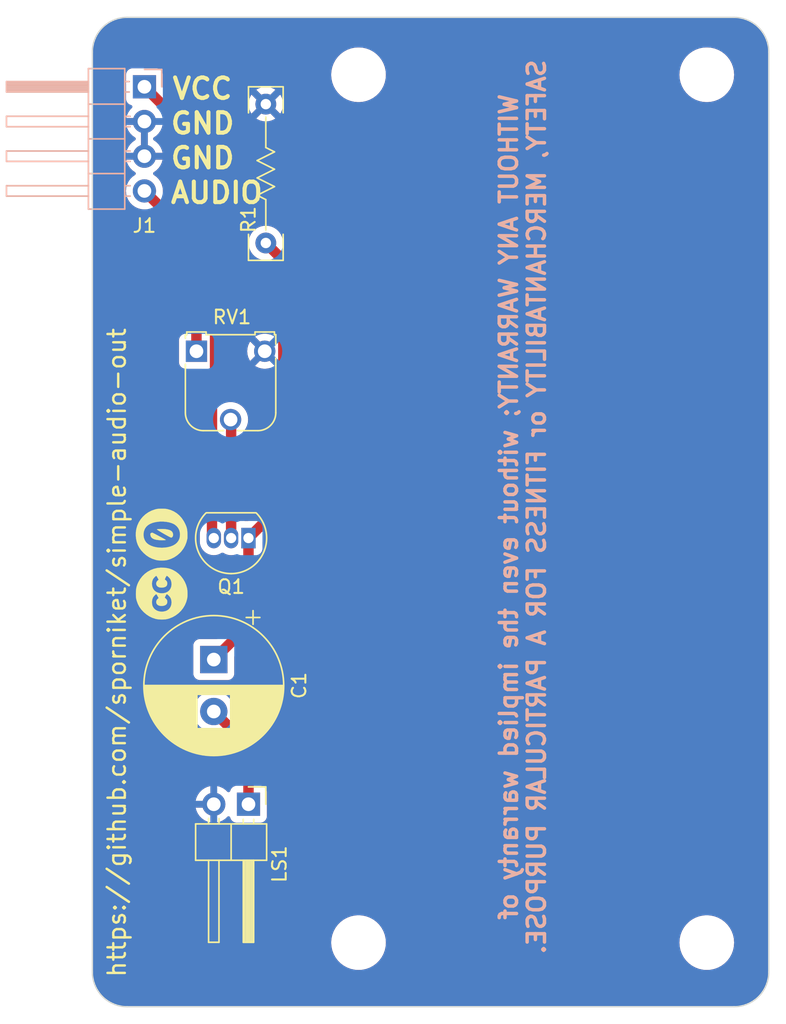
<source format=kicad_pcb>
(kicad_pcb (version 20221018) (generator pcbnew)
  (title_block (title "Simple audio out") (date "2024-01-21") (rev "1.0.0-DRAFT") (company "Sporniket") (comment 3 "https://github.com/sporniket/simple-audio-out") (comment 4 "Original repository"))
  (layers (0 "F.Cu" signal) (31 "B.Cu" signal) (34 "B.Paste" user) (35 "F.Paste" user) (36 "B.SilkS" user "B.Silkscreen") (37 "F.SilkS" user "F.Silkscreen") (38 "B.Mask" user) (39 "F.Mask" user) (44 "Edge.Cuts" user))
  (net 0 "")
  (net 1 "Net-(Q1-E)")
  (net 2 "Net-(C1-Pad2)")
  (net 3 "/VCC")
  (net 4 "/GND")
  (net 5 "/AUDIO_IN")
  (net 6 "Net-(Q1-B)")
  (footprint "Package_TO_SOT_THT:TO-92_Inline" (layer "F.Cu") (at 123.19 57.15 180)
    (fp_text reference "Q1" (at 1.27 -3.56) (layer "F.SilkS"))
    (fp_text value "2N3904")
    (fp_line (start -0.53 1.85) (end 3.07 1.85) (stroke (width 0.12)) (layer "F.SilkS"))
    (fp_arc (start -0.568478 1.838478) (mid -1.132087 -0.994977) (end 1.27 -2.6) (stroke (width 0.12)) (layer "F.SilkS"))
    (fp_arc (start 1.27 -2.6) (mid 3.672087 -0.994977) (end 3.108478 1.838478) (stroke (width 0.12)) (layer "F.SilkS"))
    (pad "1" thru_hole rect (at 0 0 180) (size 1.05 1.5) (drill 0.75) (layers "*.Cu" "*.Mask") (net 1 "Net-(Q1-E)"))
    (pad "2" thru_hole oval (at 1.27 0 180) (size 1.05 1.5) (drill 0.75) (layers "*.Cu" "*.Mask") (net 6 "Net-(Q1-B)"))
    (pad "3" thru_hole oval (at 2.54 0 180) (size 1.05 1.5) (drill 0.75) (layers "*.Cu" "*.Mask") (net 3 "/VCC"))
  )
  (footprint "Connector_PinHeader_2.54mm:PinHeader_1x02_P2.54mm_Horizontal" (layer "F.Cu") (at 123.19 76.625 -90)
    (fp_text reference "LS1" (at 4.385 -2.27 90) (layer "F.SilkS"))
    (fp_text value "4")
    (fp_line (start -1.27 -1.27) (end 0 -1.27) (stroke (width 0.12)) (layer "F.SilkS"))
    (fp_line (start -1.27 0) (end -1.27 -1.27) (stroke (width 0.12)) (layer "F.SilkS"))
    (fp_line (start 1.042929 2.16) (end 1.44 2.16) (stroke (width 0.12)) (layer "F.SilkS"))
    (fp_line (start 1.042929 2.92) (end 1.44 2.92) (stroke (width 0.12)) (layer "F.SilkS"))
    (fp_line (start 1.11 -0.38) (end 1.44 -0.38) (stroke (width 0.12)) (layer "F.SilkS"))
    (fp_line (start 1.11 0.38) (end 1.44 0.38) (stroke (width 0.12)) (layer "F.SilkS"))
    (fp_line (start 1.44 -1.33) (end 1.44 3.87) (stroke (width 0.12)) (layer "F.SilkS"))
    (fp_line (start 1.44 1.27) (end 4.1 1.27) (stroke (width 0.12)) (layer "F.SilkS"))
    (fp_line (start 1.44 3.87) (end 4.1 3.87) (stroke (width 0.12)) (layer "F.SilkS"))
    (fp_line (start 4.1 -1.33) (end 1.44 -1.33) (stroke (width 0.12)) (layer "F.SilkS"))
    (fp_line (start 4.1 -0.38) (end 10.1 -0.38) (stroke (width 0.12)) (layer "F.SilkS"))
    (fp_line (start 4.1 -0.32) (end 10.1 -0.32) (stroke (width 0.12)) (layer "F.SilkS"))
    (fp_line (start 4.1 -0.2) (end 10.1 -0.2) (stroke (width 0.12)) (layer "F.SilkS"))
    (fp_line (start 4.1 -0.08) (end 10.1 -0.08) (stroke (width 0.12)) (layer "F.SilkS"))
    (fp_line (start 4.1 0.04) (end 10.1 0.04) (stroke (width 0.12)) (layer "F.SilkS"))
    (fp_line (start 4.1 0.16) (end 10.1 0.16) (stroke (width 0.12)) (layer "F.SilkS"))
    (fp_line (start 4.1 0.28) (end 10.1 0.28) (stroke (width 0.12)) (layer "F.SilkS"))
    (fp_line (start 4.1 2.16) (end 10.1 2.16) (stroke (width 0.12)) (layer "F.SilkS"))
    (fp_line (start 4.1 3.87) (end 4.1 -1.33) (stroke (width 0.12)) (layer "F.SilkS"))
    (fp_line (start 10.1 -0.38) (end 10.1 0.38) (stroke (width 0.12)) (layer "F.SilkS"))
    (fp_line (start 10.1 0.38) (end 4.1 0.38) (stroke (width 0.12)) (layer "F.SilkS"))
    (fp_line (start 10.1 2.16) (end 10.1 2.92) (stroke (width 0.12)) (layer "F.SilkS"))
    (fp_line (start 10.1 2.92) (end 4.1 2.92) (stroke (width 0.12)) (layer "F.SilkS"))
    (pad "1" thru_hole rect (at 0 0 270) (size 1.7 1.7) (drill 1) (layers "*.Cu" "*.Mask") (net 2 "Net-(C1-Pad2)"))
    (pad "2" thru_hole oval (at 0 2.54 270) (size 1.7 1.7) (drill 1) (layers "*.Cu" "*.Mask") (net 4 "/GND"))
  )
  (footprint "cliparts:logo--cc--cc" (layer "F.Cu") (at 116.84 61.214 90)
    (fp_text reference "G***" hide)
    (fp_text value "LOGO" hide)
    (fp_poly (pts (xy 0.181573 -1.88911) (xy 0.356543 -1.871074) (xy 0.516513 -1.837606) (xy 0.67123 -1.78662) (xy 0.830442 -1.716032) (xy 0.843643 -1.709487) (xy 1.070063 -1.576968) (xy 1.272256 -1.418939) (xy 1.448851 -1.23807) (xy 1.59848 -1.037032) (xy 1.719773 -0.818495) (xy 1.81136 -0.585129) (xy 1.871872 -0.339604) (xy 1.899941 -0.084591) (xy 1.894196 0.177239) (xy 1.878437 0.308429) (xy 1.853943 0.448409) (xy 1.825086 0.566605) (xy 1.787398 0.677514) (xy 1.736411 0.795637) (xy 1.71349 0.843643) (xy 1.594377 1.04822) (xy 1.445139 1.238044) (xy 1.270073 1.409836) (xy 1.073479 1.560318) (xy 0.859654 1.686213) (xy 0.632895 1.784243) (xy 0.397503 1.85113) (xy 0.390465 1.852598) (xy 0.274583 1.870164) (xy 0.137355 1.881003) (xy -0.009239 1.885001) (xy -0.153222 1.882044) (xy -0.282615 1.872018) (xy -0.362857 1.859794) (xy -0.608774 1.792389) (xy -0.84152 1.692819) (xy -1.058442 1.563648) (xy -1.256888 1.407438) (xy -1.434207 1.226752) (xy -1.587745 1.024153) (xy -1.714851 0.802205) (xy -1.812872 0.563469) (xy -1.855612 0.417286) (xy -1.881501 0.273424) (xy -1.894726 0.10788) (xy -1.895294 -0.034735) (xy -1.3212 -0.034735) (xy -1.318302 0.081038) (xy -1.290796 0.243029) (xy -1.237057 0.381658) (xy -1.155967 0.499747) (xy -1.150236 0.506209) (xy -1.04068 0.601841) (xy -0.911682 0.669965) (xy -0.768744 0.709424) (xy -0.617371 0.719062) (xy -0.463063 0.697722) (xy -0.371906 0.669772) (xy -0.295824 0.634434) (xy -0.224288 0.584414) (xy -0.149678 0.515804) (xy -0.098676 0.46176) (xy -0.05957 0.414453) (xy -0.038389 0.381431) (xy -0.036285 0.373837) (xy -0.052325 0.350606) (xy -0.096884 0.318213) (xy -0.164235 0.280736) (xy -0.292185 0.216302) (xy -0.368342 0.299837) (xy -0.428999 0.357355) (xy -0.486889 0.390111) (xy -0.522838 0.400697) (xy -0.618426 0.407074) (xy -0.70938 0.386575) (xy -0.783917 0.342107) (xy -0.792298 0.334209) (xy -0.846678 0.256777) (xy -0.883244 0.157152) (xy -0.901671 0.044798) (xy -0.901658 -0.000564) (xy 0.021925 -0.000564) (xy 0.032819 0.147536) (xy 0.067865 0.289005) (xy 0.127017 0.417388) (xy 0.210228 0.526226) (xy 0.228506 0.543934) (xy 0.349757 0.631795) (xy 0.487782 0.69001) (xy 0.637194 0.717665) (xy 0.792606 0.713848) (xy 0.948631 0.677644) (xy 0.970666 0.669772) (xy 1.046747 0.634434) (xy 1.118283 0.584414) (xy 1.192893 0.515804) (xy 1.243904 0.46171) (xy 1.283013 0.414289) (xy 1.304188 0.381114) (xy 1.306286 0.37346) (xy 1.29179 0.351835) (xy 1.254093 0.323517) (xy 1.201883 0.292771) (xy 1.143849 0.263861) (xy 1.088679 0.241053) (xy 1.04506 0.22861) (xy 1.021681 0.230797) (xy 1.02029 0.23308) (xy 1.003623 0.261215) (xy 0.972063 0.302343) (xy 0.959106 0.317537) (xy 0.886365 0.374553) (xy 0.797859 0.403743) (xy 0.702027 0.404313) (xy 0.607307 0.375471) (xy 0.569508 0.354149) (xy 0.517338 0.300429) (xy 0.476897 0.220085) (xy 0.449855 0.121353) (xy 0.43788 0.012473) (xy 0.442643 -0.098318) (xy 0.460246 -0.18494) (xy 0.503984 -0.281315) (xy 0.567876 -0.351762) (xy 0.645923 -0.394996) (xy 0.732128 -0.409727) (xy 0.820491 -0.394669) (xy 0.905013 -0.348535) (xy 0.962346 -0.292681) (xy 1.016645 -0.226807) (xy 1.156522 -0.30268) (xy 1.219954 -0.338556) (xy 1.269762 -0.369494) (xy 1.298243 -0.390592) (xy 1.301968 -0.395261) (xy 1.293807 -0.420456) (xy 1.263689 -0.46093) (xy 1.218455 -0.509885) (xy 1.164944 -0.560519) (xy 1.109995 -0.606035) (xy 1.060447 -0.639631) (xy 1.0511 -0.644672) (xy 0.911788 -0.696839) (xy 0.763841 -0.719532) (xy 0.614253 -0.713716) (xy 0.470018 -0.680356) (xy 0.338131 -0.620416) (xy 0.225585 -0.534862) (xy 0.220802 -0.530141) (xy 0.134623 -0.420083) (xy 0.072781 -0.29083) (xy 0.035231 -0.148838) (xy 0.021925 -0.000564) (xy -0.901658 -0.000564) (xy -0.901636 -0.070823) (xy -0.882815 -0.180246) (xy -0.844886 -0.274009) (xy -0.814547 -0.31687) (xy -0.740947 -0.375776) (xy -0.655247 -0.404356) (xy -0.56465 -0.403011) (xy -0.476356 -0.372142) (xy -0.397567 -0.31215) (xy -0.380225 -0.292681) (xy -0.325926 -0.226807) (xy -0.186049 -0.30268) (xy -0.12248 -0.338813) (xy -0.072453 -0.370357) (xy -0.043729 -0.392287) (xy -0.039923 -0.397301) (xy -0.048117 -0.422599) (xy -0.078488 -0.462977) (xy -0.124195 -0.511726) (xy -0.178395 -0.562141) (xy -0.234249 -0.607514) (xy -0.284915 -0.641138) (xy -0.293064 -0.645479) (xy -0.421737 -0.692962) (xy -0.565556 -0.716327) (xy -0.713429 -0.715426) (xy -0.854269 -0.690113) (xy -0.950387 -0.654165) (xy -1.074292 -0.574791) (xy -1.175104 -0.469605) (xy -1.251046 -0.342163) (xy -1.300338 -0.196021) (xy -1.3212 -0.034735) (xy -1.895294 -0.034735) (xy -1.895423 -0.067078) (xy -1.88373 -0.239179) (xy -1.859785 -0.396155) (xy -1.845815 -0.455728) (xy -1.767541 -0.692448) (xy -1.662289 -0.910967) (xy -1.527044 -1.11655) (xy -1.358789 -1.31446) (xy -1.346304 -1.327531) (xy -1.160235 -1.500286) (xy -0.964759 -1.639929) (xy -0.75504 -1.749348) (xy -0.526241 -1.831427) (xy -0.480631 -1.844059) (xy -0.402317 -1.863556) (xy -0.332789 -1.877142) (xy -0.261944 -1.885903) (xy -0.17968 -1.890926) (xy -0.075895 -1.893297) (xy -0.018143 -1.893796) (xy 0.181573 -1.88911)) (stroke (width 0.01)) (fill solid) (layer "F.SilkS"))
  )
  (footprint "MountingHole:MountingHole_3.5mm" (layer "F.Cu") (at 131.25 23.25)
    (fp_text reference "H1")
    (fp_text value "3.5 mm")
    (pad "" np_thru_hole circle (at 0 0) (size 3.5 3.5) (drill 3.5) (layers "*.Cu" "*.Mask"))
  )
  (footprint "cliparts:logo--cc--zero" (layer "F.Cu") (at 116.84 56.896 90)
    (fp_text reference "G***" hide)
    (fp_text value "LOGO" hide)
    (fp_poly (pts (xy 0.057321 -0.830424) (xy 0.083463 -0.820686) (xy 0.117309 -0.780814) (xy 0.137478 -0.725549) (xy 0.137747 -0.680571) (xy 0.127503 -0.657424) (xy 0.102603 -0.607525) (xy 0.06567 -0.535781) (xy 0.019328 -0.447098) (xy -0.033802 -0.346382) (xy -0.091097 -0.238539) (xy -0.149934 -0.128475) (xy -0.20769 -0.021096) (xy -0.261742 0.07869) (xy -0.309468 0.165979) (xy -0.348245 0.235863) (xy -0.375451 0.283438) (xy -0.388462 0.303795) (xy -0.388486 0.30382) (xy -0.393459 0.290764) (xy -0.400181 0.249603) (xy -0.407406 0.188391) (xy -0.40931 0.169171) (xy -0.413139 0.092066) (xy -0.413075 -0.007241) (xy -0.409332 -0.114899) (xy -0.403675 -0.199571) (xy -0.382038 -0.376288) (xy -0.349163 -0.520517) (xy -0.304017 -0.634591) (xy -0.245569 -0.720841) (xy -0.172787 -0.781601) (xy -0.138177 -0.799862) (xy -0.070544 -0.82254) (xy -0.001027 -0.833136) (xy 0.057321 -0.830424)) (stroke (width 0.01)) (fill solid) (layer "F.SilkS"))
    (fp_poly (pts (xy 0.383764 -0.357274) (xy 0.393353 -0.321778) (xy 0.40108 -0.257806) (xy 0.406723 -0.173131) (xy 0.41006 -0.075525) (xy 0.410869 0.027239) (xy 0.408929 0.127388) (xy 0.404016 0.217149) (xy 0.401074 0.249312) (xy 0.3739 0.425253) (xy 0.333003 0.568124) (xy 0.278198 0.678521) (xy 0.261348 0.702372) (xy 0.190452 0.769059) (xy 0.101924 0.813267) (xy 0.00607 0.831874) (xy -0.086801 0.82176) (xy -0.108484 0.814324) (xy -0.177149 0.773742) (xy -0.212652 0.720491) (xy -0.217714 0.686685) (xy -0.209228 0.658752) (xy -0.185436 0.606283) (xy -0.14884 0.53362) (xy -0.101939 0.445101) (xy -0.047235 0.345066) (xy 0.012774 0.237856) (xy 0.075585 0.12781) (xy 0.138699 0.019269) (xy 0.199616 -0.083428) (xy 0.255834 -0.175941) (xy 0.304853 -0.253931) (xy 0.344174 -0.313056) (xy 0.371295 -0.348978) (xy 0.383716 -0.357356) (xy 0.383764 -0.357274)) (stroke (width 0.01)) (fill solid) (layer "F.SilkS"))
    (fp_poly (pts (xy 0.165523 -1.89717) (xy 0.419686 -1.859637) (xy 0.664181 -1.787833) (xy 0.896761 -1.682579) (xy 1.115182 -1.544698) (xy 1.304474 -1.38712) (xy 1.481837 -1.195152) (xy 1.631406 -0.981221) (xy 1.750897 -0.749165) (xy 1.838026 -0.502822) (xy 1.844128 -0.480359) (xy 1.863624 -0.401998) (xy 1.877214 -0.332288) (xy 1.885988 -0.26112) (xy 1.891036 -0.178383) (xy 1.893449 -0.073966) (xy 1.893958 -0.018143) (xy 1.893143 0.121119) (xy 1.888203 0.233522) (xy 1.878477 0.32833) (xy 1.8633 0.414805) (xy 1.862771 0.417286) (xy 1.792249 0.662677) (xy 1.689954 0.891356) (xy 1.557011 1.101922) (xy 1.394546 1.292972) (xy 1.203684 1.463102) (xy 0.985551 1.61091) (xy 0.843643 1.687511) (xy 0.704335 1.75318) (xy 0.582976 1.801925) (xy 0.469017 1.836271) (xy 0.351906 1.858744) (xy 0.221093 1.871867) (xy 0.066027 1.878168) (xy 0.045357 1.878584) (xy -0.057047 1.87988) (xy -0.149573 1.879943) (xy -0.22482 1.878851) (xy -0.275389 1.876683) (xy -0.290286 1.875007) (xy -0.554392 1.807678) (xy -0.795148 1.713832) (xy -1.015524 1.591928) (xy -1.218493 1.440426) (xy -1.333868 1.333968) (xy -1.511617 1.132692) (xy -1.657864 0.913606) (xy -1.77222 0.677378) (xy -1.84672 0.45378) (xy -1.865359 0.379667) (xy -1.878292 0.31352) (xy -1.886515 0.245572) (xy -1.891027 0.166054) (xy -1.892822 0.065197) (xy -1.892977 0.011949) (xy -0.962263 0.011949) (xy -0.952186 0.225626) (xy -0.922519 0.434426) (xy -0.872812 0.63303) (xy -0.802618 0.816122) (xy -0.796966 0.828134) (xy -0.702488 0.988993) (xy -0.587229 1.120459) (xy -0.45277 1.221717) (xy -0.300691 1.29195) (xy -0.132571 1.330343) (xy 0.050008 1.33608) (xy 0.163286 1.323908) (xy 0.326889 1.280535) (xy 0.476659 1.204962) (xy 0.609024 1.099792) (xy 0.720412 0.967631) (xy 0.774855 0.878033) (xy 0.844141 0.718825) (xy 0.897988 0.533618) (xy 0.935244 0.329766) (xy 0.954756 0.114625) (xy 0.955373 -0.104449) (xy 0.947333 -0.222973) (xy 0.912947 -0.464304) (xy 0.858093 -0.676541) (xy 0.782907 -0.859426) (xy 0.687524 -1.0127) (xy 0.57208 -1.136105) (xy 0.436711 -1.229384) (xy 0.411082 -1.242542) (xy 0.249752 -1.303406) (xy 0.082219 -1.333412) (xy -0.086049 -1.333434) (xy -0.249586 -1.304349) (xy -0.402924 -1.247033) (xy -0.540596 -1.16236) (xy -0.636437 -1.074798) (xy -0.734485 -0.943512) (xy -0.815634 -0.785201) (xy -0.879434 -0.605182) (xy -0.925439 -0.408773) (xy -0.953198 -0.20129) (xy -0.962263 0.011949) (xy -1.892977 0.011949) (xy -1.893012 0) (xy -1.892259 -0.115871) (xy -1.889329 -0.205279) (xy -1.883215 -0.278029) (xy -1.87291 -0.343923) (xy -1.857409 -0.412765) (xy -1.846226 -0.455728) (xy -1.765836 -0.697077) (xy -1.658279 -0.918824) (xy -1.520588 -1.126164) (xy -1.350311 -1.323756) (xy -1.159879 -1.500692) (xy -0.961487 -1.643312) (xy -0.751606 -1.753235) (xy -0.526709 -1.832081) (xy -0.283267 -1.88147) (xy -0.096062 -1.899611) (xy 0.165523 -1.89717)) (stroke (width 0.01)) (fill solid) (layer "F.SilkS"))
  )
  (footprint "commons-passives_THT:Passive_THT_resistor_W2.54mm_L10.16mm" (layer "F.Cu") (at 124.46 30.48 90)
    (fp_text reference "R1" (at -4.445 -1.27 90) (layer "F.SilkS") (effects (justify left)))
    (fp_text value "330")
    (fp_line (start -6.35 -1.27) (end -4.445 -1.27) (stroke (width 0.12)) (layer "F.SilkS"))
    (fp_line (start -6.35 1.27) (end -6.35 -1.27) (stroke (width 0.12)) (layer "F.SilkS"))
    (fp_line (start -4.445 1.27) (end -6.35 1.27) (stroke (width 0.12)) (layer "F.SilkS"))
    (fp_line (start -4.1275 0) (end -1.905 0) (stroke (width 0.12)) (layer "F.SilkS"))
    (fp_line (start -1.905 0) (end -1.5875 -0.635) (stroke (width 0.12)) (layer "F.SilkS"))
    (fp_line (start -1.5875 -0.635) (end -0.9525 0.635) (stroke (width 0.12)) (layer "F.SilkS"))
    (fp_line (start -0.9525 0.635) (end -0.3175 -0.635) (stroke (width 0.12)) (layer "F.SilkS"))
    (fp_line (start -0.3175 -0.635) (end 0.3175 0.635) (stroke (width 0.12)) (layer "F.SilkS"))
    (fp_line (start 0.3175 0.635) (end 0.9525 -0.635) (stroke (width 0.12)) (layer "F.SilkS"))
    (fp_line (start 0.9525 -0.635) (end 1.5875 0.635) (stroke (width 0.12)) (layer "F.SilkS"))
    (fp_line (start 1.5875 0.635) (end 1.905 0) (stroke (width 0.12)) (layer "F.SilkS"))
    (fp_line (start 1.905 0) (end 4.1275 0) (stroke (width 0.12)) (layer "F.SilkS"))
    (fp_line (start 4.445 -1.27) (end 6.35 -1.27) (stroke (width 0.12)) (layer "F.SilkS"))
    (fp_line (start 6.35 -1.27) (end 6.35 1.27) (stroke (width 0.12)) (layer "F.SilkS"))
    (fp_line (start 6.35 1.27) (end 4.445 1.27) (stroke (width 0.12)) (layer "F.SilkS"))
    (pad "1" thru_hole circle (at -5.08 0 90) (size 1.524 1.524) (drill 0.762) (layers "*.Cu" "*.Mask") (net 1 "Net-(Q1-E)"))
    (pad "2" thru_hole circle (at 5.08 0 90) (size 1.524 1.524) (drill 0.762) (layers "*.Cu" "*.Mask") (net 4 "/GND"))
  )
  (footprint "MountingHole:MountingHole_3.5mm" (layer "F.Cu") (at 156.75 86.75)
    (fp_text reference "H4")
    (fp_text value "3.5 mm")
    (pad "" np_thru_hole circle (at 0 0) (size 3.5 3.5) (drill 3.5) (layers "*.Cu" "*.Mask"))
  )
  (footprint "MountingHole:MountingHole_3.5mm" (layer "F.Cu") (at 156.75 23.25)
    (fp_text reference "H2")
    (fp_text value "3.5 mm")
    (pad "" np_thru_hole circle (at 0 0) (size 3.5 3.5) (drill 3.5) (layers "*.Cu" "*.Mask"))
  )
  (footprint "MountingHole:MountingHole_3.5mm" (layer "F.Cu") (at 131.25 86.75)
    (fp_text reference "H3")
    (fp_text value "3.5 mm")
    (pad "" np_thru_hole circle (at 0 0) (size 3.5 3.5) (drill 3.5) (layers "*.Cu" "*.Mask"))
  )
  (footprint "Potentiometer_THT:Potentiometer_Runtron_RM-065_Vertical" (layer "F.Cu") (at 119.38 43.48)
    (fp_text reference "RV1" (at 2.6 -2.5) (layer "F.SilkS"))
    (fp_text value "50K")
    (fp_line (start -0.81 -1.21) (end -0.81 -0.96) (stroke (width 0.12)) (layer "F.SilkS"))
    (fp_line (start -0.81 4.5) (end -0.81 0.96) (stroke (width 0.12)) (layer "F.SilkS"))
    (fp_line (start -0.71 -1.41) (end -0.71 -1.21) (stroke (width 0.12)) (layer "F.SilkS"))
    (fp_line (start -0.71 -1.41) (end 0.71 -1.41) (stroke (width 0.12)) (layer "F.SilkS"))
    (fp_line (start -0.71 -1.21) (end -0.81 -1.21) (stroke (width 0.12)) (layer "F.SilkS"))
    (fp_line (start 0.71 -1.21) (end 0.71 -1.41) (stroke (width 0.12)) (layer "F.SilkS"))
    (fp_line (start 0.71 -1.21) (end 4.29 -1.21) (stroke (width 0.12)) (layer "F.SilkS"))
    (fp_line (start 1.99 5.81) (end 0.5 5.81) (stroke (width 0.12)) (layer "F.SilkS"))
    (fp_line (start 4.29 -1.41) (end 5.71 -1.41) (stroke (width 0.12)) (layer "F.SilkS"))
    (fp_line (start 4.29 -1.21) (end 4.29 -1.41) (stroke (width 0.12)) (layer "F.SilkS"))
    (fp_line (start 4.5 5.81) (end 3.01 5.81) (stroke (width 0.12)) (layer "F.SilkS"))
    (fp_line (start 5.71 -1.41) (end 5.71 -1.21) (stroke (width 0.12)) (layer "F.SilkS"))
    (fp_line (start 5.71 -1.21) (end 5.81 -1.21) (stroke (width 0.12)) (layer "F.SilkS"))
    (fp_line (start 5.81 -1.21) (end 5.81 -0.52) (stroke (width 0.12)) (layer "F.SilkS"))
    (fp_line (start 5.81 0.52) (end 5.81 4.5) (stroke (width 0.12)) (layer "F.SilkS"))
    (fp_arc (start 0.5 5.81) (mid -0.42631 5.42631) (end -0.81 4.5) (stroke (width 0.12)) (layer "F.SilkS"))
    (fp_arc (start 5.81 4.5) (mid 5.42631 5.42631) (end 4.5 5.81) (stroke (width 0.12)) (layer "F.SilkS"))
    (pad "1" thru_hole rect (at 0 0) (size 1.56 1.56) (drill 1) (layers "*.Cu" "*.Mask") (net 5 "/AUDIO_IN"))
    (pad "2" thru_hole circle (at 2.5 5) (size 1.56 1.56) (drill 1) (layers "*.Cu" "*.Mask") (net 6 "Net-(Q1-B)"))
    (pad "3" thru_hole circle (at 5 0) (size 1.56 1.56) (drill 1) (layers "*.Cu" "*.Mask") (net 4 "/GND"))
  )
  (footprint "Capacitor_THT:CP_Radial_D10.0mm_P3.80mm" (layer "F.Cu") (at 120.65 66.04 -90)
    (fp_text reference "C1" (at 1.9 -6.25 90) (layer "F.SilkS"))
    (fp_text value "470uF")
    (fp_line (start -3.579646 -2.875) (end -2.579646 -2.875) (stroke (width 0.12)) (layer "F.SilkS"))
    (fp_line (start -3.079646 -3.375) (end -3.079646 -2.375) (stroke (width 0.12)) (layer "F.SilkS"))
    (fp_line (start 1.9 -5.08) (end 1.9 5.08) (stroke (width 0.12)) (layer "F.SilkS"))
    (fp_line (start 1.94 -5.08) (end 1.94 5.08) (stroke (width 0.12)) (layer "F.SilkS"))
    (fp_line (start 1.98 -5.08) (end 1.98 5.08) (stroke (width 0.12)) (layer "F.SilkS"))
    (fp_line (start 2.02 -5.079) (end 2.02 5.079) (stroke (width 0.12)) (layer "F.SilkS"))
    (fp_line (start 2.06 -5.078) (end 2.06 5.078) (stroke (width 0.12)) (layer "F.SilkS"))
    (fp_line (start 2.1 -5.077) (end 2.1 5.077) (stroke (width 0.12)) (layer "F.SilkS"))
    (fp_line (start 2.14 -5.075) (end 2.14 5.075) (stroke (width 0.12)) (layer "F.SilkS"))
    (fp_line (start 2.18 -5.073) (end 2.18 5.073) (stroke (width 0.12)) (layer "F.SilkS"))
    (fp_line (start 2.22 -5.07) (end 2.22 5.07) (stroke (width 0.12)) (layer "F.SilkS"))
    (fp_line (start 2.26 -5.068) (end 2.26 5.068) (stroke (width 0.12)) (layer "F.SilkS"))
    (fp_line (start 2.3 -5.065) (end 2.3 5.065) (stroke (width 0.12)) (layer "F.SilkS"))
    (fp_line (start 2.34 -5.062) (end 2.34 5.062) (stroke (width 0.12)) (layer "F.SilkS"))
    (fp_line (start 2.38 -5.058) (end 2.38 5.058) (stroke (width 0.12)) (layer "F.SilkS"))
    (fp_line (start 2.42 -5.054) (end 2.42 5.054) (stroke (width 0.12)) (layer "F.SilkS"))
    (fp_line (start 2.46 -5.05) (end 2.46 5.05) (stroke (width 0.12)) (layer "F.SilkS"))
    (fp_line (start 2.5 -5.045) (end 2.5 5.045) (stroke (width 0.12)) (layer "F.SilkS"))
    (fp_line (start 2.54 -5.04) (end 2.54 5.04) (stroke (width 0.12)) (layer "F.SilkS"))
    (fp_line (start 2.58 -5.035) (end 2.58 -1.241) (stroke (width 0.12)) (layer "F.SilkS"))
    (fp_line (start 2.58 1.241) (end 2.58 5.035) (stroke (width 0.12)) (layer "F.SilkS"))
    (fp_line (start 2.621 -5.03) (end 2.621 -1.241) (stroke (width 0.12)) (layer "F.SilkS"))
    (fp_line (start 2.621 1.241) (end 2.621 5.03) (stroke (width 0.12)) (layer "F.SilkS"))
    (fp_line (start 2.661 -5.024) (end 2.661 -1.241) (stroke (width 0.12)) (layer "F.SilkS"))
    (fp_line (start 2.661 1.241) (end 2.661 5.024) (stroke (width 0.12)) (layer "F.SilkS"))
    (fp_line (start 2.701 -5.018) (end 2.701 -1.241) (stroke (width 0.12)) (layer "F.SilkS"))
    (fp_line (start 2.701 1.241) (end 2.701 5.018) (stroke (width 0.12)) (layer "F.SilkS"))
    (fp_line (start 2.741 -5.011) (end 2.741 -1.241) (stroke (width 0.12)) (layer "F.SilkS"))
    (fp_line (start 2.741 1.241) (end 2.741 5.011) (stroke (width 0.12)) (layer "F.SilkS"))
    (fp_line (start 2.781 -5.004) (end 2.781 -1.241) (stroke (width 0.12)) (layer "F.SilkS"))
    (fp_line (start 2.781 1.241) (end 2.781 5.004) (stroke (width 0.12)) (layer "F.SilkS"))
    (fp_line (start 2.821 -4.997) (end 2.821 -1.241) (stroke (width 0.12)) (layer "F.SilkS"))
    (fp_line (start 2.821 1.241) (end 2.821 4.997) (stroke (width 0.12)) (layer "F.SilkS"))
    (fp_line (start 2.861 -4.99) (end 2.861 -1.241) (stroke (width 0.12)) (layer "F.SilkS"))
    (fp_line (start 2.861 1.241) (end 2.861 4.99) (stroke (width 0.12)) (layer "F.SilkS"))
    (fp_line (start 2.901 -4.982) (end 2.901 -1.241) (stroke (width 0.12)) (layer "F.SilkS"))
    (fp_line (start 2.901 1.241) (end 2.901 4.982) (stroke (width 0.12)) (layer "F.SilkS"))
    (fp_line (start 2.941 -4.974) (end 2.941 -1.241) (stroke (width 0.12)) (layer "F.SilkS"))
    (fp_line (start 2.941 1.241) (end 2.941 4.974) (stroke (width 0.12)) (layer "F.SilkS"))
    (fp_line (start 2.981 -4.965) (end 2.981 -1.241) (stroke (width 0.12)) (layer "F.SilkS"))
    (fp_line (start 2.981 1.241) (end 2.981 4.965) (stroke (width 0.12)) (layer "F.SilkS"))
    (fp_line (start 3.021 -4.956) (end 3.021 -1.241) (stroke (width 0.12)) (layer "F.SilkS"))
    (fp_line (start 3.021 1.241) (end 3.021 4.956) (stroke (width 0.12)) (layer "F.SilkS"))
    (fp_line (start 3.061 -4.947) (end 3.061 -1.241) (stroke (width 0.12)) (layer "F.SilkS"))
    (fp_line (start 3.061 1.241) (end 3.061 4.947) (stroke (width 0.12)) (layer "F.SilkS"))
    (fp_line (start 3.101 -4.938) (end 3.101 -1.241) (stroke (width 0.12)) (layer "F.SilkS"))
    (fp_line (start 3.101 1.241) (end 3.101 4.938) (stroke (width 0.12)) (layer "F.SilkS"))
    (fp_line (start 3.141 -4.928) (end 3.141 -1.241) (stroke (width 0.12)) (layer "F.SilkS"))
    (fp_line (start 3.141 1.241) (end 3.141 4.928) (stroke (width 0.12)) (layer "F.SilkS"))
    (fp_line (start 3.181 -4.918) (end 3.181 -1.241) (stroke (width 0.12)) (layer "F.SilkS"))
    (fp_line (start 3.181 1.241) (end 3.181 4.918) (stroke (width 0.12)) (layer "F.SilkS"))
    (fp_line (start 3.221 -4.907) (end 3.221 -1.241) (stroke (width 0.12)) (layer "F.SilkS"))
    (fp_line (start 3.221 1.241) (end 3.221 4.907) (stroke (width 0.12)) (layer "F.SilkS"))
    (fp_line (start 3.261 -4.897) (end 3.261 -1.241) (stroke (width 0.12)) (layer "F.SilkS"))
    (fp_line (start 3.261 1.241) (end 3.261 4.897) (stroke (width 0.12)) (layer "F.SilkS"))
    (fp_line (start 3.301 -4.885) (end 3.301 -1.241) (stroke (width 0.12)) (layer "F.SilkS"))
    (fp_line (start 3.301 1.241) (end 3.301 4.885) (stroke (width 0.12)) (layer "F.SilkS"))
    (fp_line (start 3.341 -4.874) (end 3.341 -1.241) (stroke (width 0.12)) (layer "F.SilkS"))
    (fp_line (start 3.341 1.241) (end 3.341 4.874) (stroke (width 0.12)) (layer "F.SilkS"))
    (fp_line (start 3.381 -4.862) (end 3.381 -1.241) (stroke (width 0.12)) (layer "F.SilkS"))
    (fp_line (start 3.381 1.241) (end 3.381 4.862) (stroke (width 0.12)) (layer "F.SilkS"))
    (fp_line (start 3.421 -4.85) (end 3.421 -1.241) (stroke (width 0.12)) (layer "F.SilkS"))
    (fp_line (start 3.421 1.241) (end 3.421 4.85) (stroke (width 0.12)) (layer "F.SilkS"))
    (fp_line (start 3.461 -4.837) (end 3.461 -1.241) (stroke (width 0.12)) (layer "F.SilkS"))
    (fp_line (start 3.461 1.241) (end 3.461 4.837) (stroke (width 0.12)) (layer "F.SilkS"))
    (fp_line (start 3.501 -4.824) (end 3.501 -1.241) (stroke (width 0.12)) (layer "F.SilkS"))
    (fp_line (start 3.501 1.241) (end 3.501 4.824) (stroke (width 0.12)) (layer "F.SilkS"))
    (fp_line (start 3.541 -4.811) (end 3.541 -1.241) (stroke (width 0.12)) (layer "F.SilkS"))
    (fp_line (start 3.541 1.241) (end 3.541 4.811) (stroke (width 0.12)) (layer "F.SilkS"))
    (fp_line (start 3.581 -4.797) (end 3.581 -1.241) (stroke (width 0.12)) (layer "F.SilkS"))
    (fp_line (start 3.581 1.241) (end 3.581 4.797) (stroke (width 0.12)) (layer "F.SilkS"))
    (fp_line (start 3.621 -4.783) (end 3.621 -1.241) (stroke (width 0.12)) (layer "F.SilkS"))
    (fp_line (start 3.621 1.241) (end 3.621 4.783) (stroke (width 0.12)) (layer "F.SilkS"))
    (fp_line (start 3.661 -4.768) (end 3.661 -1.241) (stroke (width 0.12)) (layer "F.SilkS"))
    (fp_line (start 3.661 1.241) (end 3.661 4.768) (stroke (width 0.12)) (layer "F.SilkS"))
    (fp_line (start 3.701 -4.754) (end 3.701 -1.241) (stroke (width 0.12)) (layer "F.SilkS"))
    (fp_line (start 3.701 1.241) (end 3.701 4.754) (stroke (width 0.12)) (layer "F.SilkS"))
    (fp_line (start 3.741 -4.738) (end 3.741 -1.241) (stroke (width 0.12)) (layer "F.SilkS"))
    (fp_line (start 3.741 1.241) (end 3.741 4.738) (stroke (width 0.12)) (layer "F.SilkS"))
    (fp_line (start 3.781 -4.723) (end 3.781 -1.241) (stroke (width 0.12)) (layer "F.SilkS"))
    (fp_line (start 3.781 1.241) (end 3.781 4.723) (stroke (width 0.12)) (layer "F.SilkS"))
    (fp_line (start 3.821 -4.707) (end 3.821 -1.241) (stroke (width 0.12)) (layer "F.SilkS"))
    (fp_line (start 3.821 1.241) (end 3.821 4.707) (stroke (width 0.12)) (layer "F.SilkS"))
    (fp_line (start 3.861 -4.69) (end 3.861 -1.241) (stroke (width 0.12)) (layer "F.SilkS"))
    (fp_line (start 3.861 1.241) (end 3.861 4.69) (stroke (width 0.12)) (layer "F.SilkS"))
    (fp_line (start 3.901 -4.674) (end 3.901 -1.241) (stroke (width 0.12)) (layer "F.SilkS"))
    (fp_line (start 3.901 1.241) (end 3.901 4.674) (stroke (width 0.12)) (layer "F.SilkS"))
    (fp_line (start 3.941 -4.657) (end 3.941 -1.241) (stroke (width 0.12)) (layer "F.SilkS"))
    (fp_line (start 3.941 1.241) (end 3.941 4.657) (stroke (width 0.12)) (layer "F.SilkS"))
    (fp_line (start 3.981 -4.639) (end 3.981 -1.241) (stroke (width 0.12)) (layer "F.SilkS"))
    (fp_line (start 3.981 1.241) (end 3.981 4.639) (stroke (width 0.12)) (layer "F.SilkS"))
    (fp_line (start 4.021 -4.621) (end 4.021 -1.241) (stroke (width 0.12)) (layer "F.SilkS"))
    (fp_line (start 4.021 1.241) (end 4.021 4.621) (stroke (width 0.12)) (layer "F.SilkS"))
    (fp_line (start 4.061 -4.603) (end 4.061 -1.241) (stroke (width 0.12)) (layer "F.SilkS"))
    (fp_line (start 4.061 1.241) (end 4.061 4.603) (stroke (width 0.12)) (layer "F.SilkS"))
    (fp_line (start 4.101 -4.584) (end 4.101 -1.241) (stroke (width 0.12)) (layer "F.SilkS"))
    (fp_line (start 4.101 1.241) (end 4.101 4.584) (stroke (width 0.12)) (layer "F.SilkS"))
    (fp_line (start 4.141 -4.564) (end 4.141 -1.241) (stroke (width 0.12)) (layer "F.SilkS"))
    (fp_line (start 4.141 1.241) (end 4.141 4.564) (stroke (width 0.12)) (layer "F.SilkS"))
    (fp_line (start 4.181 -4.545) (end 4.181 -1.241) (stroke (width 0.12)) (layer "F.SilkS"))
    (fp_line (start 4.181 1.241) (end 4.181 4.545) (stroke (width 0.12)) (layer "F.SilkS"))
    (fp_line (start 4.221 -4.525) (end 4.221 -1.241) (stroke (width 0.12)) (layer "F.SilkS"))
    (fp_line (start 4.221 1.241) (end 4.221 4.525) (stroke (width 0.12)) (layer "F.SilkS"))
    (fp_line (start 4.261 -4.504) (end 4.261 -1.241) (stroke (width 0.12)) (layer "F.SilkS"))
    (fp_line (start 4.261 1.241) (end 4.261 4.504) (stroke (width 0.12)) (layer "F.SilkS"))
    (fp_line (start 4.301 -4.483) (end 4.301 -1.241) (stroke (width 0.12)) (layer "F.SilkS"))
    (fp_line (start 4.301 1.241) (end 4.301 4.483) (stroke (width 0.12)) (layer "F.SilkS"))
    (fp_line (start 4.341 -4.462) (end 4.341 -1.241) (stroke (width 0.12)) (layer "F.SilkS"))
    (fp_line (start 4.341 1.241) (end 4.341 4.462) (stroke (width 0.12)) (layer "F.SilkS"))
    (fp_line (start 4.381 -4.44) (end 4.381 -1.241) (stroke (width 0.12)) (layer "F.SilkS"))
    (fp_line (start 4.381 1.241) (end 4.381 4.44) (stroke (width 0.12)) (layer "F.SilkS"))
    (fp_line (start 4.421 -4.417) (end 4.421 -1.241) (stroke (width 0.12)) (layer "F.SilkS"))
    (fp_line (start 4.421 1.241) (end 4.421 4.417) (stroke (width 0.12)) (layer "F.SilkS"))
    (fp_line (start 4.461 -4.395) (end 4.461 -1.241) (stroke (width 0.12)) (layer "F.SilkS"))
    (fp_line (start 4.461 1.241) (end 4.461 4.395) (stroke (width 0.12)) (layer "F.SilkS"))
    (fp_line (start 4.501 -4.371) (end 4.501 -1.241) (stroke (width 0.12)) (layer "F.SilkS"))
    (fp_line (start 4.501 1.241) (end 4.501 4.371) (stroke (width 0.12)) (layer "F.SilkS"))
    (fp_line (start 4.541 -4.347) (end 4.541 -1.241) (stroke (width 0.12)) (layer "F.SilkS"))
    (fp_line (start 4.541 1.241) (end 4.541 4.347) (stroke (width 0.12)) (layer "F.SilkS"))
    (fp_line (start 4.581 -4.323) (end 4.581 -1.241) (stroke (width 0.12)) (layer "F.SilkS"))
    (fp_line (start 4.581 1.241) (end 4.581 4.323) (stroke (width 0.12)) (layer "F.SilkS"))
    (fp_line (start 4.621 -4.298) (end 4.621 -1.241) (stroke (width 0.12)) (layer "F.SilkS"))
    (fp_line (start 4.621 1.241) (end 4.621 4.298) (stroke (width 0.12)) (layer "F.SilkS"))
    (fp_line (start 4.661 -4.273) (end 4.661 -1.241) (stroke (width 0.12)) (layer "F.SilkS"))
    (fp_line (start 4.661 1.241) (end 4.661 4.273) (stroke (width 0.12)) (layer "F.SilkS"))
    (fp_line (start 4.701 -4.247) (end 4.701 -1.241) (stroke (width 0.12)) (layer "F.SilkS"))
    (fp_line (start 4.701 1.241) (end 4.701 4.247) (stroke (width 0.12)) (layer "F.SilkS"))
    (fp_line (start 4.741 -4.221) (end 4.741 -1.241) (stroke (width 0.12)) (layer "F.SilkS"))
    (fp_line (start 4.741 1.241) (end 4.741 4.221) (stroke (width 0.12)) (layer "F.SilkS"))
    (fp_line (start 4.781 -4.194) (end 4.781 -1.241) (stroke (width 0.12)) (layer "F.SilkS"))
    (fp_line (start 4.781 1.241) (end 4.781 4.194) (stroke (width 0.12)) (layer "F.SilkS"))
    (fp_line (start 4.821 -4.166) (end 4.821 -1.241) (stroke (width 0.12)) (layer "F.SilkS"))
    (fp_line (start 4.821 1.241) (end 4.821 4.166) (stroke (width 0.12)) (layer "F.SilkS"))
    (fp_line (start 4.861 -4.138) (end 4.861 -1.241) (stroke (width 0.12)) (layer "F.SilkS"))
    (fp_line (start 4.861 1.241) (end 4.861 4.138) (stroke (width 0.12)) (layer "F.SilkS"))
    (fp_line (start 4.901 -4.11) (end 4.901 -1.241) (stroke (width 0.12)) (layer "F.SilkS"))
    (fp_line (start 4.901 1.241) (end 4.901 4.11) (stroke (width 0.12)) (layer "F.SilkS"))
    (fp_line (start 4.941 -4.08) (end 4.941 -1.241) (stroke (width 0.12)) (layer "F.SilkS"))
    (fp_line (start 4.941 1.241) (end 4.941 4.08) (stroke (width 0.12)) (layer "F.SilkS"))
    (fp_line (start 4.981 -4.05) (end 4.981 -1.241) (stroke (width 0.12)) (layer "F.SilkS"))
    (fp_line (start 4.981 1.241) (end 4.981 4.05) (stroke (width 0.12)) (layer "F.SilkS"))
    (fp_line (start 5.021 -4.02) (end 5.021 -1.241) (stroke (width 0.12)) (layer "F.SilkS"))
    (fp_line (start 5.021 1.241) (end 5.021 4.02) (stroke (width 0.12)) (layer "F.SilkS"))
    (fp_line (start 5.061 -3.989) (end 5.061 3.989) (stroke (width 0.12)) (layer "F.SilkS"))
    (fp_line (start 5.101 -3.957) (end 5.101 3.957) (stroke (width 0.12)) (layer "F.SilkS"))
    (fp_line (start 5.141 -3.925) (end 5.141 3.925) (stroke (width 0.12)) (layer "F.SilkS"))
    (fp_line (start 5.181 -3.892) (end 5.181 3.892) (stroke (width 0.12)) (layer "F.SilkS"))
    (fp_line (start 5.221 -3.858) (end 5.221 3.858) (stroke (width 0.12)) (layer "F.SilkS"))
    (fp_line (start 5.261 -3.824) (end 5.261 3.824) (stroke (width 0.12)) (layer "F.SilkS"))
    (fp_line (start 5.301 -3.789) (end 5.301 3.789) (stroke (width 0.12)) (layer "F.SilkS"))
    (fp_line (start 5.341 -3.753) (end 5.341 3.753) (stroke (width 0.12)) (layer "F.SilkS"))
    (fp_line (start 5.381 -3.716) (end 5.381 3.716) (stroke (width 0.12)) (layer "F.SilkS"))
    (fp_line (start 5.421 -3.679) (end 5.421 3.679) (stroke (width 0.12)) (layer "F.SilkS"))
    (fp_line (start 5.461 -3.64) (end 5.461 3.64) (stroke (width 0.12)) (layer "F.SilkS"))
    (fp_line (start 5.501 -3.601) (end 5.501 3.601) (stroke (width 0.12)) (layer "F.SilkS"))
    (fp_line (start 5.541 -3.561) (end 5.541 3.561) (stroke (width 0.12)) (layer "F.SilkS"))
    (fp_line (start 5.581 -3.52) (end 5.581 3.52) (stroke (width 0.12)) (layer "F.SilkS"))
    (fp_line (start 5.621 -3.478) (end 5.621 3.478) (stroke (width 0.12)) (layer "F.SilkS"))
    (fp_line (start 5.661 -3.436) (end 5.661 3.436) (stroke (width 0.12)) (layer "F.SilkS"))
    (fp_line (start 5.701 -3.392) (end 5.701 3.392) (stroke (width 0.12)) (layer "F.SilkS"))
    (fp_line (start 5.741 -3.347) (end 5.741 3.347) (stroke (width 0.12)) (layer "F.SilkS"))
    (fp_line (start 5.781 -3.301) (end 5.781 3.301) (stroke (width 0.12)) (layer "F.SilkS"))
    (fp_line (start 5.821 -3.254) (end 5.821 3.254) (stroke (width 0.12)) (layer "F.SilkS"))
    (fp_line (start 5.861 -3.206) (end 5.861 3.206) (stroke (width 0.12)) (layer "F.SilkS"))
    (fp_line (start 5.901 -3.156) (end 5.901 3.156) (stroke (width 0.12)) (layer "F.SilkS"))
    (fp_line (start 5.941 -3.106) (end 5.941 3.106) (stroke (width 0.12)) (layer "F.SilkS"))
    (fp_line (start 5.981 -3.054) (end 5.981 3.054) (stroke (width 0.12)) (layer "F.SilkS"))
    (fp_line (start 6.021 -3) (end 6.021 3) (stroke (width 0.12)) (layer "F.SilkS"))
    (fp_line (start 6.061 -2.945) (end 6.061 2.945) (stroke (width 0.12)) (layer "F.SilkS"))
    (fp_line (start 6.101 -2.889) (end 6.101 2.889) (stroke (width 0.12)) (layer "F.SilkS"))
    (fp_line (start 6.141 -2.83) (end 6.141 2.83) (stroke (width 0.12)) (layer "F.SilkS"))
    (fp_line (start 6.181 -2.77) (end 6.181 2.77) (stroke (width 0.12)) (layer "F.SilkS"))
    (fp_line (start 6.221 -2.709) (end 6.221 2.709) (stroke (width 0.12)) (layer "F.SilkS"))
    (fp_line (start 6.261 -2.645) (end 6.261 2.645) (stroke (width 0.12)) (layer "F.SilkS"))
    (fp_line (start 6.301 -2.579) (end 6.301 2.579) (stroke (width 0.12)) (layer "F.SilkS"))
    (fp_line (start 6.341 -2.51) (end 6.341 2.51) (stroke (width 0.12)) (layer "F.SilkS"))
    (fp_line (start 6.381 -2.439) (end 6.381 2.439) (stroke (width 0.12)) (layer "F.SilkS"))
    (fp_line (start 6.421 -2.365) (end 6.421 2.365) (stroke (width 0.12)) (layer "F.SilkS"))
    (fp_line (start 6.461 -2.289) (end 6.461 2.289) (stroke (width 0.12)) (layer "F.SilkS"))
    (fp_line (start 6.501 -2.209) (end 6.501 2.209) (stroke (width 0.12)) (layer "F.SilkS"))
    (fp_line (start 6.541 -2.125) (end 6.541 2.125) (stroke (width 0.12)) (layer "F.SilkS"))
    (fp_line (start 6.581 -2.037) (end 6.581 2.037) (stroke (width 0.12)) (layer "F.SilkS"))
    (fp_line (start 6.621 -1.944) (end 6.621 1.944) (stroke (width 0.12)) (layer "F.SilkS"))
    (fp_line (start 6.661 -1.846) (end 6.661 1.846) (stroke (width 0.12)) (layer "F.SilkS"))
    (fp_line (start 6.701 -1.742) (end 6.701 1.742) (stroke (width 0.12)) (layer "F.SilkS"))
    (fp_line (start 6.741 -1.63) (end 6.741 1.63) (stroke (width 0.12)) (layer "F.SilkS"))
    (fp_line (start 6.781 -1.51) (end 6.781 1.51) (stroke (width 0.12)) (layer "F.SilkS"))
    (fp_line (start 6.821 -1.378) (end 6.821 1.378) (stroke (width 0.12)) (layer "F.SilkS"))
    (fp_line (start 6.861 -1.23) (end 6.861 1.23) (stroke (width 0.12)) (layer "F.SilkS"))
    (fp_line (start 6.901 -1.062) (end 6.901 1.062) (stroke (width 0.12)) (layer "F.SilkS"))
    (fp_line (start 6.941 -0.862) (end 6.941 0.862) (stroke (width 0.12)) (layer "F.SilkS"))
    (fp_line (start 6.981 -0.599) (end 6.981 0.599) (stroke (width 0.12)) (layer "F.SilkS"))
    (fp_circle (center 1.9 0) (end 7.02 0) (stroke (width 0.12)) (fill none) (layer "F.SilkS"))
    (pad "1" thru_hole rect (at 0 0 270) (size 2 2) (drill 1) (layers "*.Cu" "*.Mask") (net 1 "Net-(Q1-E)"))
    (pad "2" thru_hole circle (at 3.8 0 270) (size 2 2) (drill 1) (layers "*.Cu" "*.Mask") (net 2 "Net-(C1-Pad2)"))
  )
  (footprint "Connector_PinHeader_2.54mm:PinHeader_1x04_P2.54mm_Horizontal" (layer "B.Cu") (at 115.57 24.13 180)
    (fp_text reference "J1" (at 0 -10.16) (layer "F.SilkS"))
    (fp_text value "Conn_01x04")
    (fp_line (start -1.27 0) (end -1.27 1.27) (stroke (width 0.12)) (layer "B.SilkS"))
    (fp_line (start -1.27 1.27) (end 0 1.27) (stroke (width 0.12)) (layer "B.SilkS"))
    (fp_line (start 1.042929 -8) (end 1.44 -8) (stroke (width 0.12)) (layer "B.SilkS"))
    (fp_line (start 1.042929 -7.24) (end 1.44 -7.24) (stroke (width 0.12)) (layer "B.SilkS"))
    (fp_line (start 1.042929 -5.46) (end 1.44 -5.46) (stroke (width 0.12)) (layer "B.SilkS"))
    (fp_line (start 1.042929 -4.7) (end 1.44 -4.7) (stroke (width 0.12)) (layer "B.SilkS"))
    (fp_line (start 1.042929 -2.92) (end 1.44 -2.92) (stroke (width 0.12)) (layer "B.SilkS"))
    (fp_line (start 1.042929 -2.16) (end 1.44 -2.16) (stroke (width 0.12)) (layer "B.SilkS"))
    (fp_line (start 1.11 -0.38) (end 1.44 -0.38) (stroke (width 0.12)) (layer "B.SilkS"))
    (fp_line (start 1.11 0.38) (end 1.44 0.38) (stroke (width 0.12)) (layer "B.SilkS"))
    (fp_line (start 1.44 -8.95) (end 4.1 -8.95) (stroke (width 0.12)) (layer "B.SilkS"))
    (fp_line (start 1.44 -6.35) (end 4.1 -6.35) (stroke (width 0.12)) (layer "B.SilkS"))
    (fp_line (start 1.44 -3.81) (end 4.1 -3.81) (stroke (width 0.12)) (layer "B.SilkS"))
    (fp_line (start 1.44 -1.27) (end 4.1 -1.27) (stroke (width 0.12)) (layer "B.SilkS"))
    (fp_line (start 1.44 1.33) (end 1.44 -8.95) (stroke (width 0.12)) (layer "B.SilkS"))
    (fp_line (start 4.1 -8.95) (end 4.1 1.33) (stroke (width 0.12)) (layer "B.SilkS"))
    (fp_line (start 4.1 -7.24) (end 10.1 -7.24) (stroke (width 0.12)) (layer "B.SilkS"))
    (fp_line (start 4.1 -4.7) (end 10.1 -4.7) (stroke (width 0.12)) (layer "B.SilkS"))
    (fp_line (start 4.1 -2.16) (end 10.1 -2.16) (stroke (width 0.12)) (layer "B.SilkS"))
    (fp_line (start 4.1 -0.28) (end 10.1 -0.28) (stroke (width 0.12)) (layer "B.SilkS"))
    (fp_line (start 4.1 -0.16) (end 10.1 -0.16) (stroke (width 0.12)) (layer "B.SilkS"))
    (fp_line (start 4.1 -0.04) (end 10.1 -0.04) (stroke (width 0.12)) (layer "B.SilkS"))
    (fp_line (start 4.1 0.08) (end 10.1 0.08) (stroke (width 0.12)) (layer "B.SilkS"))
    (fp_line (start 4.1 0.2) (end 10.1 0.2) (stroke (width 0.12)) (layer "B.SilkS"))
    (fp_line (start 4.1 0.32) (end 10.1 0.32) (stroke (width 0.12)) (layer "B.SilkS"))
    (fp_line (start 4.1 0.38) (end 10.1 0.38) (stroke (width 0.12)) (layer "B.SilkS"))
    (fp_line (start 4.1 1.33) (end 1.44 1.33) (stroke (width 0.12)) (layer "B.SilkS"))
    (fp_line (start 10.1 -8) (end 4.1 -8) (stroke (width 0.12)) (layer "B.SilkS"))
    (fp_line (start 10.1 -7.24) (end 10.1 -8) (stroke (width 0.12)) (layer "B.SilkS"))
    (fp_line (start 10.1 -5.46) (end 4.1 -5.46) (stroke (width 0.12)) (layer "B.SilkS"))
    (fp_line (start 10.1 -4.7) (end 10.1 -5.46) (stroke (width 0.12)) (layer "B.SilkS"))
    (fp_line (start 10.1 -2.92) (end 4.1 -2.92) (stroke (width 0.12)) (layer "B.SilkS"))
    (fp_line (start 10.1 -2.16) (end 10.1 -2.92) (stroke (width 0.12)) (layer "B.SilkS"))
    (fp_line (start 10.1 -0.38) (end 4.1 -0.38) (stroke (width 0.12)) (layer "B.SilkS"))
    (fp_line (start 10.1 0.38) (end 10.1 -0.38) (stroke (width 0.12)) (layer "B.SilkS"))
    (pad "1" thru_hole rect (at 0 0 180) (size 1.7 1.7) (drill 1) (layers "*.Cu" "*.Mask") (net 3 "/VCC"))
    (pad "2" thru_hole oval (at 0 -2.54 180) (size 1.7 1.7) (drill 1) (layers "*.Cu" "*.Mask") (net 4 "/GND"))
    (pad "3" thru_hole oval (at 0 -5.08 180) (size 1.7 1.7) (drill 1) (layers "*.Cu" "*.Mask") (net 4 "/GND"))
    (pad "4" thru_hole oval (at 0 -7.62 180) (size 1.7 1.7) (drill 1) (layers "*.Cu" "*.Mask") (net 5 "/AUDIO_IN"))
  )
  (gr_line (start 161.29 21.59) (end 161.29 88.9) (stroke (width 0.1)) (layer "Edge.Cuts"))
  (gr_arc (start 114.3 91.44) (mid 112.503949 90.696051) (end 111.76 88.9) (stroke (width 0.1)) (layer "Edge.Cuts"))
  (gr_arc (start 161.29 88.9) (mid 160.546051 90.696051) (end 158.75 91.44) (stroke (width 0.1)) (layer "Edge.Cuts"))
  (gr_arc (start 111.76 21.59) (mid 112.503949 19.793949) (end 114.3 19.05) (stroke (width 0.1)) (layer "Edge.Cuts"))
  (gr_arc (start 158.75 19.05) (mid 160.546051 19.793949) (end 161.29 21.59) (stroke (width 0.1)) (layer "Edge.Cuts"))
  (gr_line (start 111.76 21.59) (end 111.76 88.9) (stroke (width 0.1)) (layer "Edge.Cuts"))
  (gr_line (start 114.3 19.05) (end 158.75 19.05) (stroke (width 0.1)) (layer "Edge.Cuts"))
  (gr_line (start 114.3 91.44) (end 158.75 91.44) (stroke (width 0.1)) (layer "Edge.Cuts"))
  (gr_text "WITHOUT ANY WARRANTY; without even the implied warranty of\nSAFETY, MERCHANTABILITY or FITNESS FOR A PARTICULAR PURPOSE." (at 145.034 54.864 90) (layer "B.SilkS") (effects (font (size 1.27 1.27) (thickness 0.254) bold) (justify bottom mirror)))
  (gr_text "https://github.com/sporniket/simple-audio-out" (at 114.3 65.532 90) (layer "F.SilkS") (effects (font (size 1.27 1.27) (thickness 0.1778)) (justify bottom)))
  (gr_text "GND" (at 117.348 30.226) (layer "F.SilkS") (effects (font (size 1.5 1.5) (thickness 0.3) bold) (justify left bottom)))
  (gr_text "AUDIO" (at 117.348 32.766) (layer "F.SilkS") (effects (font (size 1.5 1.5) (thickness 0.3) bold) (justify left bottom)))
  (gr_text "GND" (at 117.348 27.686) (layer "F.SilkS") (effects (font (size 1.5 1.5) (thickness 0.3) bold) (justify left bottom)))
  (gr_text "VCC" (at 117.475 25.146) (layer "F.SilkS") (effects (font (size 1.5 1.5) (thickness 0.3) bold) (justify left bottom)))
  (segment (start 125.741 36.841) (end 125.741 54.599) (width 0.762) (layer "F.Cu") (net 1))
  (segment (start 125.741 54.599) (end 123.19 57.15) (width 0.762) (layer "F.Cu") (net 1))
  (segment (start 124.46 35.56) (end 125.741 36.841) (width 0.762) (layer "F.Cu") (net 1))
  (segment (start 123.19 57.15) (end 123.19 63.5) (width 0.762) (layer "F.Cu") (net 1))
  (segment (start 123.19 63.5) (end 120.65 66.04) (width 0.762) (layer "F.Cu") (net 1))
  (segment (start 123.19 72.38) (end 120.65 69.84) (width 0.762) (layer "F.Cu") (net 2))
  (segment (start 123.19 76.625) (end 123.19 72.38) (width 0.762) (layer "F.Cu") (net 2))
  (segment (start 120.741 45.629) (end 120.741 29.301) (width 0.762) (layer "F.Cu") (net 3))
  (segment (start 120.519 57.019) (end 120.519 45.851) (width 0.762) (layer "F.Cu") (net 3))
  (segment (start 120.741 29.301) (end 115.57 24.13) (width 0.762) (layer "F.Cu") (net 3))
  (segment (start 120.65 57.15) (end 120.519 57.019) (width 0.762) (layer "F.Cu") (net 3))
  (segment (start 120.519 45.851) (end 120.741 45.629) (width 0.762) (layer "F.Cu") (net 3))
  (segment (start 119.38 35.56) (end 115.57 31.75) (width 0.762) (layer "F.Cu") (net 5))
  (segment (start 119.38 43.48) (end 119.38 35.56) (width 0.762) (layer "F.Cu") (net 5))
  (segment (start 121.92 48.52) (end 121.88 48.48) (width 0.762) (layer "F.Cu") (net 6))
  (segment (start 121.92 57.15) (end 121.92 48.52) (width 0.762) (layer "F.Cu") (net 6))
  (zone (net 4) (net_name "/GND") (layers "F&B.Cu") (connect_pads (clearance 0.5)) (min_thickness 0.25) (fill yes (thermal_gap 0.5) (thermal_bridge_width 0.5))
    (polygon (pts (xy 109.22 17.78) (xy 162.56 17.78) (xy 162.56 92.71) (xy 109.22 92.71)))
  )
)
</source>
